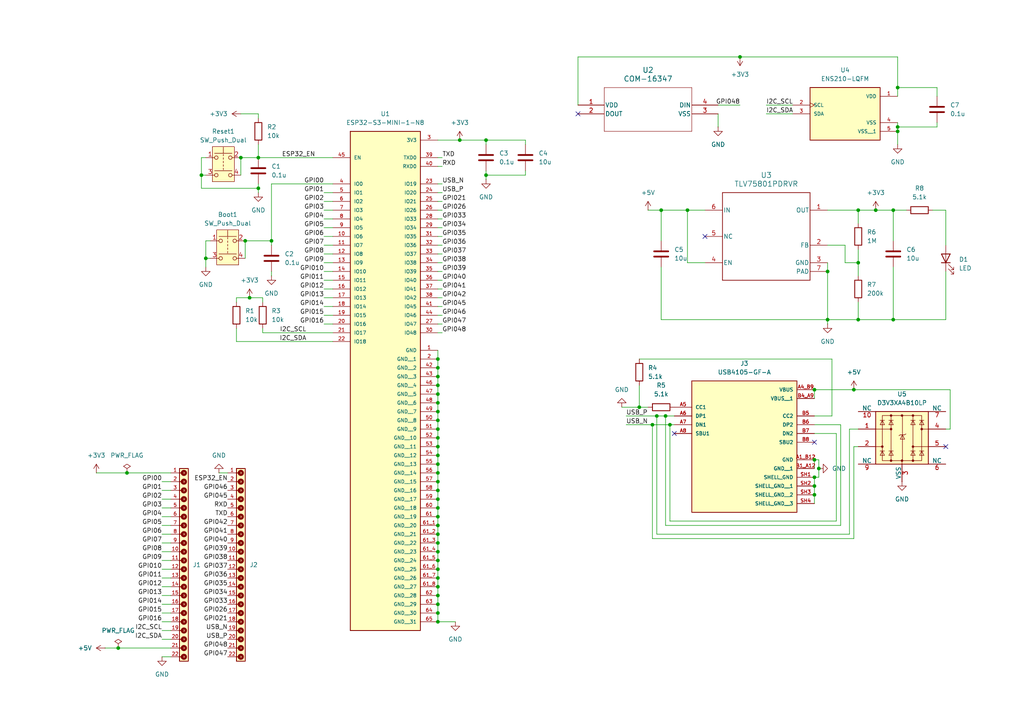
<source format=kicad_sch>
(kicad_sch (version 20250114) (generator "eeschema") (generator_version "9.0")
  (paper "A4")
  (title_block (title "Custom ESP32 S3") (date "2025-12-01") (rev "A") (company "Yen-Vi Le"))
  (lib_symbols
    (symbol "6130XX11121_61302211121:6130XX11121_61302211121" (pin_names (offset 1.016))
      (property "Reference" "J" (at -27.94 -1.778 0))
      (property "Value" "6130XX11121_61302211121" (at -27.94 -5.08 0))
      (symbol "6130XX11121_61302211121_0_0"
        (rectangle (start -26.67 -2.54) (end 29.21 0) (stroke (width 0.254)) (fill (type background)))
        (circle (center -25.4 -1.27) (radius 0.254) (stroke (width 0.635)))
        (polyline (pts (xy -25.4 -1.27) (xy -25.4 -2.54)) (stroke (width 0.254)))
        (circle (center -22.86 -1.27) (radius 0.254) (stroke (width 0.635)))
        (polyline (pts (xy -22.86 -1.27) (xy -22.86 -2.54)) (stroke (width 0.254)))
        (circle (center -20.32 -1.27) (radius 0.254) (stroke (width 0.635)))
        (polyline (pts (xy -20.32 -1.27) (xy -20.32 -2.54)) (stroke (width 0.254)))
        (circle (center -17.78 -1.27) (radius 0.254) (stroke (width 0.635)))
        (polyline (pts (xy -17.78 -1.27) (xy -17.78 -2.54)) (stroke (width 0.254)))
        (circle (center -15.24 -1.27) (radius 0.254) (stroke (width 0.635)))
        (polyline (pts (xy -15.24 -1.27) (xy -15.24 -2.54)) (stroke (width 0.254)))
        (circle (center -12.7 -1.27) (radius 0.254) (stroke (width 0.635)))
        (polyline (pts (xy -12.7 -1.27) (xy -12.7 -2.54)) (stroke (width 0.254)))
        (circle (center -10.16 -1.27) (radius 0.254) (stroke (width 0.635)))
        (polyline (pts (xy -10.16 -1.27) (xy -10.16 -2.54)) (stroke (width 0.254)))
        (circle (center -7.62 -1.27) (radius 0.254) (stroke (width 0.635)))
        (polyline (pts (xy -7.62 -1.27) (xy -7.62 -2.54)) (stroke (width 0.254)))
        (circle (center -5.08 -1.27) (radius 0.254) (stroke (width 0.635)))
        (polyline (pts (xy -5.08 -1.27) (xy -5.08 -2.54)) (stroke (width 0.254)))
        (circle (center -2.54 -1.27) (radius 0.254) (stroke (width 0.635)))
        (polyline (pts (xy -2.54 -1.27) (xy -2.54 -2.54)) (stroke (width 0.254)))
        (polyline (pts (xy 0 -1.27) (xy 0 -2.54)) (stroke (width 0.254)))
        (circle (center 0 -1.27) (radius 0.254) (stroke (width 0.635)))
        (polyline (pts (xy 2.54 -1.27) (xy 2.54 -2.54)) (stroke (width 0.254)))
        (circle (center 2.54 -1.27) (radius 0.254) (stroke (width 0.635)))
        (polyline (pts (xy 5.08 -1.27) (xy 5.08 -2.54)) (stroke (width 0.254)))
        (circle (center 5.08 -1.27) (radius 0.254) (stroke (width 0.635)))
        (polyline (pts (xy 7.62 -1.27) (xy 7.62 -2.54)) (stroke (width 0.254)))
        (circle (center 7.62 -1.27) (radius 0.254) (stroke (width 0.635)))
        (polyline (pts (xy 10.16 -1.27) (xy 10.16 -2.54)) (stroke (width 0.254)))
        (circle (center 10.16 -1.27) (radius 0.254) (stroke (width 0.635)))
        (polyline (pts (xy 12.7 -1.27) (xy 12.7 -2.54)) (stroke (width 0.254)))
        (circle (center 12.7 -1.27) (radius 0.254) (stroke (width 0.635)))
        (polyline (pts (xy 15.24 -1.27) (xy 15.24 -2.54)) (stroke (width 0.254)))
        (circle (center 15.24 -1.27) (radius 0.254) (stroke (width 0.635)))
        (polyline (pts (xy 17.78 -1.27) (xy 17.78 -2.54)) (stroke (width 0.254)))
        (circle (center 17.78 -1.27) (radius 0.254) (stroke (width 0.635)))
        (polyline (pts (xy 20.32 -1.27) (xy 20.32 -2.54)) (stroke (width 0.254)))
        (circle (center 20.32 -1.27) (radius 0.254) (stroke (width 0.635)))
        (polyline (pts (xy 22.86 -1.27) (xy 22.86 -2.54)) (stroke (width 0.254)))
        (circle (center 22.86 -1.27) (radius 0.254) (stroke (width 0.635)))
        (polyline (pts (xy 25.4 -1.27) (xy 25.4 -2.54)) (stroke (width 0.254)))
        (circle (center 25.4 -1.27) (radius 0.254) (stroke (width 0.635)))
        (polyline (pts (xy 27.94 -1.27) (xy 27.94 -2.54)) (stroke (width 0.254)))
        (circle (center 27.94 -1.27) (radius 0.254) (stroke (width 0.635)))
        (pin passive line (at -25.4 -5.08 90) (length 2.54) (name "~") (number "1"))
        (pin passive line (at -22.86 -5.08 90) (length 2.54) (name "~") (number "2"))
        (pin passive line (at -20.32 -5.08 90) (length 2.54) (name "~") (number "3"))
        (pin passive line (at -17.78 -5.08 90) (length 2.54) (name "~") (number "4"))
        (pin passive line (at -15.24 -5.08 90) (length 2.54) (name "~") (number "5"))
        (pin passive line (at -12.7 -5.08 90) (length 2.54) (name "~") (number "6"))
        (pin passive line (at -10.16 -5.08 90) (length 2.54) (name "~") (number "7"))
        (pin passive line (at -7.62 -5.08 90) (length 2.54) (name "~") (number "8"))
        (pin passive line (at -5.08 -5.08 90) (length 2.54) (name "~") (number "9"))
        (pin passive line (at -2.54 -5.08 90) (length 2.54) (name "~") (number "10"))
        (pin passive line (at 0 -5.08 90) (length 2.54) (name "~") (number "11"))
        (pin passive line (at 2.54 -5.08 90) (length 2.54) (name "~") (number "12"))
        (pin passive line (at 5.08 -5.08 90) (length 2.54) (name "~") (number "13"))
        (pin passive line (at 7.62 -5.08 90) (length 2.54) (name "~") (number "14"))
        (pin passive line (at 10.16 -5.08 90) (length 2.54) (name "~") (number "15"))
        (pin passive line (at 12.7 -5.08 90) (length 2.54) (name "~") (number "16"))
        (pin passive line (at 15.24 -5.08 90) (length 2.54) (name "~") (number "17"))
        (pin passive line (at 17.78 -5.08 90) (length 2.54) (name "~") (number "18"))
        (pin passive line (at 20.32 -5.08 90) (length 2.54) (name "~") (number "19"))
        (pin passive line (at 22.86 -5.08 90) (length 2.54) (name "~") (number "20"))
        (pin passive line (at 25.4 -5.08 90) (length 2.54) (name "~") (number "21"))
        (pin passive line (at 27.94 -5.08 90) (length 2.54) (name "~") (number "22"))
      )
    )
    (symbol "COM-16347:COM-16347" (pin_names (offset 0.254))
      (property "Reference" "LED" (at 20.32 10.16 0))
      (property "Value" "COM-16347" (at 20.32 7.62 0))
      (symbol "COM-16347_0_1"
        (polyline (pts (xy 7.62 5.08) (xy 7.62 -7.62)) (stroke (width 0.127)))
        (polyline (pts (xy 7.62 -7.62) (xy 33.02 -7.62)) (stroke (width 0.127)))
        (polyline (pts (xy 33.02 5.08) (xy 7.62 5.08)) (stroke (width 0.127)))
        (polyline (pts (xy 33.02 -7.62) (xy 33.02 5.08)) (stroke (width 0.127)))
        (pin power_in line (at 0 0 0) (length 7.62) (name "VDD") (number "1"))
        (pin output line (at 0 -2.54 0) (length 7.62) (name "DOUT") (number "2"))
        (pin input line (at 40.64 0 180) (length 7.62) (name "DIN") (number "4"))
        (pin power_out line (at 40.64 -2.54 180) (length 7.62) (name "VSS") (number "3"))
      )
    )
    (symbol "Device:C" (pin_numbers (hide yes)) (pin_names (offset 0.254))
      (property "Reference" "C" (at 0.635 2.54 0))
      (property "Value" "C" (at 0.635 -2.54 0))
      (symbol "C_0_1"
        (polyline (pts (xy -2.032 0.762) (xy 2.032 0.762)) (stroke (width 0.508)))
        (polyline (pts (xy -2.032 -0.762) (xy 2.032 -0.762)) (stroke (width 0.508)))
      )
      (symbol "C_1_1"
        (pin passive line (at 0 3.81 270) (length 2.794) (name "~") (number "1"))
        (pin passive line (at 0 -3.81 90) (length 2.794) (name "~") (number "2"))
      )
    )
    (symbol "Device:LED" (pin_numbers (hide yes)) (pin_names (offset 1.016) (hide yes))
      (property "Reference" "D" (at 0 2.54 0))
      (property "Value" "LED" (at 0 -2.54 0))
      (symbol "LED_0_1"
        (polyline (pts (xy -3.048 -0.762) (xy -4.572 -2.286) (xy -3.81 -2.286) (xy -4.572 -2.286) (xy -4.572 -1.524)))
        (polyline (pts (xy -1.778 -0.762) (xy -3.302 -2.286) (xy -2.54 -2.286) (xy -3.302 -2.286) (xy -3.302 -1.524)))
        (polyline (pts (xy -1.27 0) (xy 1.27 0)))
        (polyline (pts (xy -1.27 -1.27) (xy -1.27 1.27)) (stroke (width 0.254)))
        (polyline (pts (xy 1.27 -1.27) (xy 1.27 1.27) (xy -1.27 0) (xy 1.27 -1.27)) (stroke (width 0.254)))
      )
      (symbol "LED_1_1"
        (pin passive line (at -3.81 0 0) (length 2.54) (name "K") (number "1"))
        (pin passive line (at 3.81 0 180) (length 2.54) (name "A") (number "2"))
      )
    )
    (symbol "Device:R" (pin_numbers (hide yes)) (pin_names (offset 0))
      (property "Reference" "R" (at 2.032 0 90))
      (property "Value" "R" (at 0 0 90))
      (symbol "R_0_1"
        (rectangle (start -1.016 -2.54) (end 1.016 2.54) (stroke (width 0.254)))
      )
      (symbol "R_1_1"
        (pin passive line (at 0 3.81 270) (length 1.27) (name "~") (number "1"))
        (pin passive line (at 0 -3.81 90) (length 1.27) (name "~") (number "2"))
      )
    )
    (symbol "ENS210-LQFM:ENS210-LQFM" (pin_names (offset 1.016))
      (property "Reference" "U" (at -10.16 5.842 0))
      (property "Value" "ENS210-LQFM" (at -10.16 -12.7 0))
      (symbol "ENS210-LQFM_0_0"
        (rectangle (start -10.16 -10.16) (end 10.16 5.08) (stroke (width 0.254)) (fill (type background)))
        (pin input clock (at -15.24 0 0) (length 5.08) (name "SCL") (number "2"))
        (pin bidirectional line (at -15.24 -2.54 0) (length 5.08) (name "SDA") (number "3"))
        (pin power_in line (at 15.24 2.54 180) (length 5.08) (name "VDD") (number "1"))
        (pin power_in line (at 15.24 -5.08 180) (length 5.08) (name "VSS") (number "4"))
        (pin power_in line (at 15.24 -7.62 180) (length 5.08) (name "VSS__1") (number "5"))
      )
    )
    (symbol "ESP32-S3-MINI-1-N8:ESP32-S3-MINI-1-N8" (pin_names (offset 1.016))
      (property "Reference" "U" (at -10.16 34.29 0))
      (property "Value" "ESP32-S3-MINI-1-N8" (at -10.16 -114.3 0))
      (symbol "ESP32-S3-MINI-1-N8_0_0"
        (rectangle (start -10.16 -111.76) (end 10.16 33.02) (stroke (width 0.254)) (fill (type background)))
        (pin input line (at -15.24 25.4 0) (length 5.08) (name "EN") (number "45"))
        (pin bidirectional line (at -15.24 17.78 0) (length 5.08) (name "IO0") (number "4"))
        (pin bidirectional line (at -15.24 15.24 0) (length 5.08) (name "IO1") (number "5"))
        (pin bidirectional line (at -15.24 12.7 0) (length 5.08) (name "IO2") (number "6"))
        (pin bidirectional line (at -15.24 10.16 0) (length 5.08) (name "IO3") (number "7"))
        (pin bidirectional line (at -15.24 7.62 0) (length 5.08) (name "IO4") (number "8"))
        (pin bidirectional line (at -15.24 5.08 0) (length 5.08) (name "IO5") (number "9"))
        (pin bidirectional line (at -15.24 2.54 0) (length 5.08) (name "IO6") (number "10"))
        (pin bidirectional line (at -15.24 0 0) (length 5.08) (name "IO7") (number "11"))
        (pin bidirectional line (at -15.24 -2.54 0) (length 5.08) (name "IO8") (number "12"))
        (pin bidirectional line (at -15.24 -5.08 0) (length 5.08) (name "IO9") (number "13"))
        (pin bidirectional line (at -15.24 -7.62 0) (length 5.08) (name "IO10") (number "14"))
        (pin bidirectional line (at -15.24 -10.16 0) (length 5.08) (name "IO11") (number "15"))
        (pin bidirectional line (at -15.24 -12.7 0) (length 5.08) (name "IO12") (number "16"))
        (pin bidirectional line (at -15.24 -15.24 0) (length 5.08) (name "IO13") (number "17"))
        (pin bidirectional line (at -15.24 -17.78 0) (length 5.08) (name "IO14") (number "18"))
        (pin bidirectional line (at -15.24 -20.32 0) (length 5.08) (name "IO15") (number "19"))
        (pin bidirectional line (at -15.24 -22.86 0) (length 5.08) (name "IO16") (number "20"))
        (pin bidirectional line (at -15.24 -25.4 0) (length 5.08) (name "IO17") (number "21"))
        (pin bidirectional line (at -15.24 -27.94 0) (length 5.08) (name "IO18") (number "22"))
        (pin power_in line (at 15.24 30.48 180) (length 5.08) (name "3V3") (number "3"))
        (pin bidirectional line (at 15.24 25.4 180) (length 5.08) (name "TXD0") (number "39"))
        (pin bidirectional line (at 15.24 22.86 180) (length 5.08) (name "RXD0") (number "40"))
        (pin bidirectional line (at 15.24 17.78 180) (length 5.08) (name "IO19") (number "23"))
        (pin bidirectional line (at 15.24 15.24 180) (length 5.08) (name "IO20") (number "24"))
        (pin bidirectional line (at 15.24 12.7 180) (length 5.08) (name "IO21") (number "25"))
        (pin bidirectional line (at 15.24 10.16 180) (length 5.08) (name "IO26") (number "26"))
        (pin bidirectional line (at 15.24 7.62 180) (length 5.08) (name "IO33") (number "28"))
        (pin bidirectional line (at 15.24 5.08 180) (length 5.08) (name "IO34") (number "29"))
        (pin bidirectional line (at 15.24 2.54 180) (length 5.08) (name "IO35") (number "31"))
        (pin bidirectional line (at 15.24 0 180) (length 5.08) (name "IO36") (number "32"))
        (pin bidirectional line (at 15.24 -2.54 180) (length 5.08) (name "IO37") (number "33"))
        (pin bidirectional line (at 15.24 -5.08 180) (length 5.08) (name "IO38") (number "34"))
        (pin bidirectional line (at 15.24 -7.62 180) (length 5.08) (name "IO39") (number "35"))
        (pin bidirectional line (at 15.24 -10.16 180) (length 5.08) (name "IO40") (number "36"))
        (pin bidirectional line (at 15.24 -12.7 180) (length 5.08) (name "IO41") (number "37"))
        (pin bidirectional line (at 15.24 -15.24 180) (length 5.08) (name "IO42") (number "38"))
        (pin bidirectional line (at 15.24 -17.78 180) (length 5.08) (name "IO45") (number "41"))
        (pin bidirectional line (at 15.24 -20.32 180) (length 5.08) (name "IO46") (number "44"))
        (pin bidirectional line (at 15.24 -22.86 180) (length 5.08) (name "IO47") (number "27"))
        (pin bidirectional line (at 15.24 -25.4 180) (length 5.08) (name "IO48") (number "30"))
        (pin power_in line (at 15.24 -30.48 180) (length 5.08) (name "GND") (number "1"))
        (pin power_in line (at 15.24 -33.02 180) (length 5.08) (name "GND__1") (number "2"))
        (pin power_in line (at 15.24 -35.56 180) (length 5.08) (name "GND__2") (number "42"))
        (pin power_in line (at 15.24 -38.1 180) (length 5.08) (name "GND__3") (number "43"))
        (pin power_in line (at 15.24 -40.64 180) (length 5.08) (name "GND__4") (number "46"))
        (pin power_in line (at 15.24 -43.18 180) (length 5.08) (name "GND__5") (number "47"))
        (pin power_in line (at 15.24 -45.72 180) (length 5.08) (name "GND__6") (number "48"))
        (pin power_in line (at 15.24 -48.26 180) (length 5.08) (name "GND__7") (number "49"))
        (pin power_in line (at 15.24 -50.8 180) (length 5.08) (name "GND__8") (number "50"))
        (pin power_in line (at 15.24 -53.34 180) (length 5.08) (name "GND__9") (number "51"))
        (pin power_in line (at 15.24 -55.88 180) (length 5.08) (name "GND__10") (number "52"))
        (pin power_in line (at 15.24 -58.42 180) (length 5.08) (name "GND__11") (number "53"))
        (pin power_in line (at 15.24 -60.96 180) (length 5.08) (name "GND__12") (number "54"))
        (pin power_in line (at 15.24 -63.5 180) (length 5.08) (name "GND__13") (number "55"))
        (pin power_in line (at 15.24 -66.04 180) (length 5.08) (name "GND__14") (number "56"))
        (pin power_in line (at 15.24 -68.58 180) (length 5.08) (name "GND__15") (number "57"))
        (pin power_in line (at 15.24 -71.12 180) (length 5.08) (name "GND__16") (number "58"))
        (pin power_in line (at 15.24 -73.66 180) (length 5.08) (name "GND__17") (number "59"))
        (pin power_in line (at 15.24 -76.2 180) (length 5.08) (name "GND__18") (number "60"))
        (pin power_in line (at 15.24 -78.74 180) (length 5.08) (name "GND__19") (number "61"))
        (pin power_in line (at 15.24 -81.28 180) (length 5.08) (name "GND__20") (number "61_1"))
        (pin power_in line (at 15.24 -83.82 180) (length 5.08) (name "GND__21") (number "61_2"))
        (pin power_in line (at 15.24 -86.36 180) (length 5.08) (name "GND__22") (number "61_3"))
        (pin power_in line (at 15.24 -88.9 180) (length 5.08) (name "GND__23") (number "61_4"))
        (pin power_in line (at 15.24 -91.44 180) (length 5.08) (name "GND__24") (number "61_5"))
        (pin power_in line (at 15.24 -93.98 180) (length 5.08) (name "GND__25") (number "61_6"))
        (pin power_in line (at 15.24 -96.52 180) (length 5.08) (name "GND__26") (number "61_7"))
        (pin power_in line (at 15.24 -99.06 180) (length 5.08) (name "GND__27") (number "61_8"))
        (pin power_in line (at 15.24 -101.6 180) (length 5.08) (name "GND__28") (number "62"))
        (pin power_in line (at 15.24 -104.14 180) (length 5.08) (name "GND__29") (number "63"))
        (pin power_in line (at 15.24 -106.68 180) (length 5.08) (name "GND__30") (number "64"))
        (pin power_in line (at 15.24 -109.22 180) (length 5.08) (name "GND__31") (number "65"))
      )
    )
    (symbol "Power_Protection:D3V3XA4B10LP" (pin_names (offset 0))
      (property "Reference" "U" (at -0.635 8.89 0))
      (property "Value" "D3V3XA4B10LP" (at 8.89 -10.16 0))
      (symbol "D3V3XA4B10LP_0_0"
        (rectangle (start -5.715 6.477) (end 5.715 -6.604))
        (polyline (pts (xy -3.175 -6.604) (xy -3.175 6.477)))
        (polyline (pts (xy 0.127 6.477) (xy 0.127 -6.604)))
        (polyline (pts (xy 3.175 6.477) (xy 3.175 -6.604)))
      )
      (symbol "D3V3XA4B10LP_0_1"
        (polyline (pts (xy -7.747 2.54) (xy -3.175 2.54)))
        (rectangle (start -7.62 7.62) (end 7.62 -7.62) (stroke (width 0.254)) (fill (type background)))
        (polyline (pts (xy -7.62 -2.54) (xy -5.715 -2.54)))
        (circle (center -5.715 -2.54) (radius 0.2794) (fill (type outline)))
        (polyline (pts (xy -5.08 5.08) (xy -6.35 5.08)))
        (polyline (pts (xy -5.08 3.81) (xy -6.35 3.81) (xy -5.715 5.08) (xy -5.08 3.81)))
        (polyline (pts (xy -5.08 -3.81) (xy -6.35 -3.81)))
        (polyline (pts (xy -5.08 -5.08) (xy -6.35 -5.08) (xy -5.715 -3.81) (xy -5.08 -5.08)))
        (circle (center -3.175 6.477) (radius 0.2794) (fill (type outline)))
        (circle (center -3.175 2.54) (radius 0.2794) (fill (type outline)))
        (circle (center -3.175 -6.604) (radius 0.2794) (fill (type outline)))
        (polyline (pts (xy -2.54 5.08) (xy -3.81 5.08)))
        (polyline (pts (xy -2.54 3.81) (xy -3.81 3.81) (xy -3.175 5.08) (xy -2.54 3.81)))
        (polyline (pts (xy -2.54 -3.81) (xy -3.81 -3.81)))
        (polyline (pts (xy -2.54 -5.08) (xy -3.81 -5.08) (xy -3.175 -3.81) (xy -2.54 -5.08)))
        (polyline (pts (xy -0.508 0.889) (xy -0.889 0.635)))
        (circle (center 0 6.477) (radius 0.2794) (fill (type outline)))
        (polyline (pts (xy 0 -6.604) (xy 0 -7.62)))
        (circle (center 0 -6.604) (radius 0.2794) (fill (type outline)))
        (polyline (pts (xy 0.762 0.889) (xy -0.508 0.889)))
        (polyline (pts (xy 0.762 0.889) (xy 1.143 1.143)))
        (polyline (pts (xy 0.762 -0.381) (xy -0.508 -0.381) (xy 0.127 0.889) (xy 0.762 -0.381)))
        (circle (center 3.175 6.477) (radius 0.2794) (fill (type outline)))
        (circle (center 3.175 -2.54) (radius 0.2794) (fill (type outline)))
        (circle (center 3.175 -6.604) (radius 0.2794) (fill (type outline)))
        (polyline (pts (xy 3.81 5.08) (xy 2.54 5.08)))
        (polyline (pts (xy 3.81 3.81) (xy 2.54 3.81) (xy 3.175 5.08) (xy 3.81 3.81)))
        (polyline (pts (xy 3.81 -3.81) (xy 2.54 -3.81)))
        (polyline (pts (xy 3.81 -5.08) (xy 2.54 -5.08) (xy 3.175 -3.81) (xy 3.81 -5.08)))
        (circle (center 5.715 2.54) (radius 0.2794) (fill (type outline)))
        (polyline (pts (xy 6.35 5.08) (xy 5.08 5.08)))
        (polyline (pts (xy 6.35 3.81) (xy 5.08 3.81) (xy 5.715 5.08) (xy 6.35 3.81)))
        (polyline (pts (xy 6.35 -3.81) (xy 5.08 -3.81)))
        (polyline (pts (xy 6.35 -5.08) (xy 5.08 -5.08) (xy 5.715 -3.81) (xy 6.35 -5.08)))
        (polyline (pts (xy 7.62 2.54) (xy 5.715 2.54)))
        (polyline (pts (xy 7.62 -2.54) (xy 3.175 -2.54)))
      )
      (symbol "D3V3XA4B10LP_1_1"
        (pin free line (at -12.7 7.62 0) (length 5.08) (name "NC") (number "10"))
        (pin passive line (at -12.7 2.54 0) (length 5.08) (name "~") (number "1"))
        (pin passive line (at -12.7 -2.54 0) (length 5.08) (name "~") (number "2"))
        (pin free line (at -12.7 -7.62 0) (length 5.08) (name "NC") (number "9"))
        (pin power_in line (at 0 -12.7 90) (length 5.08) (name "VSS") (number "3"))
        (pin passive line (at 0 -12.7 90) (length 5.08) (hide yes) (name "VSS") (number "8"))
        (pin free line (at 12.7 7.62 180) (length 5.08) (name "NC") (number "7"))
        (pin passive line (at 12.7 2.54 180) (length 5.08) (name "~") (number "4"))
        (pin passive line (at 12.7 -2.54 180) (length 5.08) (name "~") (number "5"))
        (pin free line (at 12.7 -7.62 180) (length 5.08) (name "NC") (number "6"))
      )
    )
    (symbol "Switch:SW_Push_Dual" (pin_names (offset 1.016) (hide yes))
      (property "Reference" "SW" (at 0 7.62 0))
      (property "Value" "SW_Push_Dual" (at 0 -6.35 0))
      (symbol "SW_Push_Dual_0_1"
        (circle (center -2.032 2.54) (radius 0.508))
        (circle (center -2.032 -2.54) (radius 0.508))
        (polyline (pts (xy 0 3.81) (xy 0 5.588)))
        (polyline (pts (xy 0 3.048) (xy 0 3.556)))
        (polyline (pts (xy 0 2.032) (xy 0 2.54)))
        (polyline (pts (xy 0 1.016) (xy 0 1.524)))
        (polyline (pts (xy 0 0.508) (xy 0 0)))
        (polyline (pts (xy 0 -0.508) (xy 0 -1.016)))
        (circle (center 2.032 2.54) (radius 0.508))
        (circle (center 2.032 -2.54) (radius 0.508))
        (polyline (pts (xy 2.54 3.81) (xy -2.54 3.81)))
        (polyline (pts (xy 2.54 -1.27) (xy -2.54 -1.27)))
        (pin passive line (at -5.08 2.54 0) (length 2.54) (name "1") (number "1"))
        (pin passive line (at -5.08 -2.54 0) (length 2.54) (name "3") (number "3"))
        (pin passive line (at 5.08 2.54 180) (length 2.54) (name "2") (number "2"))
        (pin passive line (at 5.08 -2.54 180) (length 2.54) (name "4") (number "4"))
      )
      (symbol "SW_Push_Dual_1_1"
        (rectangle (start -3.175 5.715) (end 3.175 -4.445) (fill (type background)))
      )
    )
    (symbol "TLV75801PDRVR:TLV75801PDRVR" (pin_names (offset 0.254))
      (property "Reference" "U" (at 0 2.54 0))
      (property "Value" "TLV75801PDRVR" (at 0 0 0))
      (symbol "TLV75801PDRVR_0_1"
        (polyline (pts (xy -12.7 12.7) (xy -12.7 -12.7)) (stroke (width 0.2032)))
        (polyline (pts (xy -12.7 -12.7) (xy 12.7 -12.7)) (stroke (width 0.2032)))
        (polyline (pts (xy 12.7 12.7) (xy -12.7 12.7)) (stroke (width 0.2032)))
        (polyline (pts (xy 12.7 -12.7) (xy 12.7 12.7)) (stroke (width 0.2032)))
        (pin power_in line (at -17.78 7.62 0) (length 5.08) (name "IN") (number "6"))
        (pin unspecified line (at -17.78 0 0) (length 5.08) (name "NC") (number "5"))
        (pin input line (at -17.78 -7.62 0) (length 5.08) (name "EN") (number "4"))
        (pin power_in line (at 17.78 7.62 180) (length 5.08) (name "OUT") (number "1"))
        (pin input line (at 17.78 -2.54 180) (length 5.08) (name "FB") (number "2"))
        (pin power_in line (at 17.78 -7.62 180) (length 5.08) (name "GND") (number "3"))
        (pin power_in line (at 17.78 -10.16 180) (length 5.08) (name "PAD") (number "7"))
      )
    )
    (symbol "USB4105-GF-A:USB4105-GF-A" (pin_names (offset 1.016))
      (property "Reference" "J" (at -15.24 13.97 0))
      (property "Value" "USB4105-GF-A" (at -15.24 -27.94 0))
      (symbol "USB4105-GF-A_0_0"
        (rectangle (start -15.24 -25.4) (end 15.24 12.7) (stroke (width 0.254)) (fill (type background)))
        (pin bidirectional line (at -20.32 5.08 0) (length 5.08) (name "CC1") (number "A5"))
        (pin bidirectional line (at -20.32 2.54 0) (length 5.08) (name "DP1") (number "A6"))
        (pin bidirectional line (at -20.32 0 0) (length 5.08) (name "DN1") (number "A7"))
        (pin bidirectional line (at -20.32 -2.54 0) (length 5.08) (name "SBU1") (number "A8"))
        (pin power_in line (at 20.32 10.16 180) (length 5.08) (name "VBUS") (number "A4_B9"))
        (pin power_in line (at 20.32 7.62 180) (length 5.08) (name "VBUS__1") (number "B4_A9"))
        (pin bidirectional line (at 20.32 2.54 180) (length 5.08) (name "CC2") (number "B5"))
        (pin bidirectional line (at 20.32 0 180) (length 5.08) (name "DP2") (number "B6"))
        (pin bidirectional line (at 20.32 -2.54 180) (length 5.08) (name "DN2") (number "B7"))
        (pin bidirectional line (at 20.32 -5.08 180) (length 5.08) (name "SBU2") (number "B8"))
        (pin power_in line (at 20.32 -10.16 180) (length 5.08) (name "GND") (number "A1_B12"))
        (pin power_in line (at 20.32 -12.7 180) (length 5.08) (name "GND__1") (number "B1_A12"))
        (pin power_in line (at 20.32 -15.24 180) (length 5.08) (name "SHELL_GND") (number "SH1"))
        (pin power_in line (at 20.32 -17.78 180) (length 5.08) (name "SHELL_GND__1") (number "SH2"))
        (pin power_in line (at 20.32 -20.32 180) (length 5.08) (name "SHELL_GND__2") (number "SH3"))
        (pin power_in line (at 20.32 -22.86 180) (length 5.08) (name "SHELL_GND__3") (number "SH4"))
      )
    )
    (symbol "power:+3V3" (power) (pin_numbers (hide yes)) (pin_names (offset 0) (hide yes))
      (property "Value" "+3V3" (at 0 3.556 0))
      (symbol "+3V3_0_1"
        (polyline (pts (xy -0.762 1.27) (xy 0 2.54)))
        (polyline (pts (xy 0 2.54) (xy 0.762 1.27)))
        (polyline (pts (xy 0 0) (xy 0 2.54)))
      )
      (symbol "+3V3_1_1"
        (pin power_in line (at 0 0 90) (length 0) (name "~") (number "1"))
      )
    )
    (symbol "power:+5V" (power) (pin_numbers (hide yes)) (pin_names (offset 0) (hide yes))
      (property "Value" "+5V" (at 0 3.556 0))
      (symbol "+5V_0_1"
        (polyline (pts (xy -0.762 1.27) (xy 0 2.54)))
        (polyline (pts (xy 0 2.54) (xy 0.762 1.27)))
        (polyline (pts (xy 0 0) (xy 0 2.54)))
      )
      (symbol "+5V_1_1"
        (pin power_in line (at 0 0 90) (length 0) (name "~") (number "1"))
      )
    )
    (symbol "power:GND" (power) (pin_numbers (hide yes)) (pin_names (offset 0) (hide yes))
      (property "Value" "GND" (at 0 -3.81 0))
      (symbol "GND_0_1"
        (polyline (pts (xy 0 0) (xy 0 -1.27) (xy 1.27 -1.27) (xy 0 -2.54) (xy -1.27 -1.27) (xy 0 -1.27)))
      )
      (symbol "GND_1_1"
        (pin power_in line (at 0 0 270) (length 0) (name "~") (number "1"))
      )
    )
    (symbol "power:PWR_FLAG" (power) (pin_numbers (hide yes)) (pin_names (offset 0) (hide yes))
      (property "Value" "PWR_FLAG" (at 0 3.81 0))
      (symbol "PWR_FLAG_0_0"
        (pin power_out line (at 0 0 90) (length 0) (name "~") (number "1"))
      )
      (symbol "PWR_FLAG_0_1"
        (polyline (pts (xy 0 0) (xy 0 1.27) (xy -1.016 1.905) (xy 0 2.54) (xy 1.016 1.905) (xy 0 1.27)))
      )
    )
  )
  (junction (at 78.74 69.85))
  (junction (at 127 124.46))
  (junction (at 259.08 60.96))
  (junction (at 236.22 138.43))
  (junction (at 127 104.14))
  (junction (at 127 106.68))
  (junction (at 127 139.7))
  (junction (at 260.35 25.4))
  (junction (at 127 149.86))
  (junction (at 127 116.84))
  (junction (at 127 162.56))
  (junction (at 127 114.3))
  (junction (at 133.35 40.64))
  (junction (at 194.31 123.19))
  (junction (at 236.22 113.03))
  (junction (at 127 132.08))
  (junction (at 59.69 74.93))
  (junction (at 127 119.38))
  (junction (at 127 165.1))
  (junction (at 191.77 60.96))
  (junction (at 127 127))
  (junction (at 127 121.92))
  (junction (at 127 134.62))
  (junction (at 260.35 36.83))
  (junction (at 127 111.76))
  (junction (at 254 60.96))
  (junction (at 127 147.32))
  (junction (at 260.35 38.1))
  (junction (at 72.39 86.36))
  (junction (at 127 142.24))
  (junction (at 127 129.54))
  (junction (at 127 144.78))
  (junction (at 58.42 50.8))
  (junction (at 236.22 143.51))
  (junction (at 127 152.4))
  (junction (at 36.83 137.16))
  (junction (at 127 109.22))
  (junction (at 214.63 16.51))
  (junction (at 127 180.34))
  (junction (at 127 172.72))
  (junction (at 127 137.16))
  (junction (at 237.49 135.89))
  (junction (at 248.92 76.2))
  (junction (at 127 170.18))
  (junction (at 71.12 69.85))
  (junction (at 236.22 140.97))
  (junction (at 240.03 92.71))
  (junction (at 127 175.26))
  (junction (at 140.97 40.64))
  (junction (at 127 160.02))
  (junction (at 74.93 54.61))
  (junction (at 74.93 45.72))
  (junction (at 127 157.48))
  (junction (at 34.29 187.96))
  (junction (at 259.08 92.71))
  (junction (at 236.22 133.35))
  (junction (at 189.23 123.19))
  (junction (at 140.97 50.8))
  (junction (at 190.5 120.65))
  (junction (at 127 177.8))
  (junction (at 248.92 60.96))
  (junction (at 248.92 92.71))
  (junction (at 240.03 78.74))
  (junction (at 199.39 60.96))
  (junction (at 127 167.64))
  (junction (at 185.42 118.11))
  (junction (at 193.04 120.65))
  (junction (at 247.65 113.03))
  (junction (at 69.85 45.72))
  (junction (at 127 154.94))
  (no_connect (at 274.32 129.54))
  (no_connect (at 167.64 33.02))
  (no_connect (at 204.47 68.58))
  (no_connect (at 236.22 128.27))
  (no_connect (at 195.58 125.73))
  (wire (pts (xy 93.98 93.98) (xy 96.52 93.98)))
  (wire (pts (xy 271.78 36.83) (xy 260.35 36.83)))
  (wire (pts (xy 127 101.6) (xy 127 104.14)))
  (wire (pts (xy 237.49 133.35) (xy 236.22 133.35)))
  (wire (pts (xy 93.98 91.44) (xy 96.52 91.44)))
  (wire (pts (xy 236.22 113.03) (xy 247.65 113.03)))
  (wire (pts (xy 46.99 142.24) (xy 49.53 142.24)))
  (wire (pts (xy 60.96 69.85) (xy 59.69 69.85)))
  (wire (pts (xy 30.48 187.96) (xy 34.29 187.96)))
  (wire (pts (xy 68.58 87.63) (xy 68.58 86.36)))
  (wire (pts (xy 127 121.92) (xy 127 124.46)))
  (wire (pts (xy 167.64 30.48) (xy 167.64 16.51)))
  (wire (pts (xy 93.98 83.82) (xy 96.52 83.82)))
  (wire (pts (xy 181.61 120.65) (xy 190.5 120.65)))
  (wire (pts (xy 180.34 118.11) (xy 185.42 118.11)))
  (wire (pts (xy 204.47 76.2) (xy 199.39 76.2)))
  (wire (pts (xy 128.27 76.2) (xy 127 76.2)))
  (wire (pts (xy 260.35 25.4) (xy 260.35 27.94)))
  (wire (pts (xy 93.98 66.04) (xy 96.52 66.04)))
  (wire (pts (xy 271.78 25.4) (xy 260.35 25.4)))
  (wire (pts (xy 128.27 68.58) (xy 127 68.58)))
  (wire (pts (xy 167.64 16.51) (xy 214.63 16.51)))
  (wire (pts (xy 208.28 33.02) (xy 208.28 36.83)))
  (wire (pts (xy 193.04 152.4) (xy 193.04 120.65)))
  (wire (pts (xy 46.99 147.32) (xy 49.53 147.32)))
  (wire (pts (xy 236.22 133.35) (xy 236.22 135.89)))
  (wire (pts (xy 133.35 40.64) (xy 140.97 40.64)))
  (wire (pts (xy 127 129.54) (xy 127 132.08)))
  (wire (pts (xy 93.98 58.42) (xy 96.52 58.42)))
  (wire (pts (xy 241.3 104.14) (xy 185.42 104.14)))
  (wire (pts (xy 128.27 55.88) (xy 127 55.88)))
  (wire (pts (xy 34.29 187.96) (xy 49.53 187.96)))
  (wire (pts (xy 127 139.7) (xy 127 142.24)))
  (wire (pts (xy 46.99 160.02) (xy 49.53 160.02)))
  (wire (pts (xy 78.74 53.34) (xy 78.74 69.85)))
  (wire (pts (xy 248.92 129.54) (xy 247.65 129.54)))
  (wire (pts (xy 127 137.16) (xy 127 139.7)))
  (wire (pts (xy 127 127) (xy 127 129.54)))
  (wire (pts (xy 270.51 60.96) (xy 274.32 60.96)))
  (wire (pts (xy 152.4 49.53) (xy 152.4 50.8)))
  (wire (pts (xy 127 152.4) (xy 127 154.94)))
  (wire (pts (xy 58.42 54.61) (xy 74.93 54.61)))
  (wire (pts (xy 128.27 53.34) (xy 127 53.34)))
  (wire (pts (xy 72.39 86.36) (xy 76.2 86.36)))
  (wire (pts (xy 259.08 60.96) (xy 259.08 69.85)))
  (wire (pts (xy 127 157.48) (xy 127 160.02)))
  (wire (pts (xy 240.03 76.2) (xy 240.03 78.74)))
  (wire (pts (xy 190.5 154.94) (xy 190.5 120.65)))
  (wire (pts (xy 128.27 86.36) (xy 127 86.36)))
  (wire (pts (xy 274.32 60.96) (xy 274.32 71.12)))
  (wire (pts (xy 254 60.96) (xy 259.08 60.96)))
  (wire (pts (xy 185.42 111.76) (xy 185.42 118.11)))
  (wire (pts (xy 247.65 129.54) (xy 247.65 156.21)))
  (wire (pts (xy 246.38 124.46) (xy 246.38 154.94)))
  (wire (pts (xy 181.61 123.19) (xy 189.23 123.19)))
  (wire (pts (xy 152.4 40.64) (xy 152.4 41.91)))
  (wire (pts (xy 74.93 33.02) (xy 74.93 34.29)))
  (wire (pts (xy 245.11 71.12) (xy 245.11 76.2)))
  (wire (pts (xy 46.99 149.86) (xy 49.53 149.86)))
  (wire (pts (xy 243.84 123.19) (xy 243.84 152.4)))
  (wire (pts (xy 46.99 139.7) (xy 49.53 139.7)))
  (wire (pts (xy 127 134.62) (xy 127 137.16)))
  (wire (pts (xy 248.92 60.96) (xy 254 60.96)))
  (wire (pts (xy 140.97 49.53) (xy 140.97 50.8)))
  (wire (pts (xy 259.08 60.96) (xy 262.89 60.96)))
  (wire (pts (xy 241.3 120.65) (xy 241.3 104.14)))
  (wire (pts (xy 189.23 123.19) (xy 189.23 156.21)))
  (wire (pts (xy 68.58 99.06) (xy 68.58 95.25)))
  (wire (pts (xy 93.98 76.2) (xy 96.52 76.2)))
  (wire (pts (xy 128.27 81.28) (xy 127 81.28)))
  (wire (pts (xy 46.99 165.1) (xy 49.53 165.1)))
  (wire (pts (xy 96.52 99.06) (xy 68.58 99.06)))
  (wire (pts (xy 259.08 77.47) (xy 259.08 92.71)))
  (wire (pts (xy 128.27 88.9) (xy 127 88.9)))
  (wire (pts (xy 189.23 123.19) (xy 194.31 123.19)))
  (wire (pts (xy 127 170.18) (xy 127 172.72)))
  (wire (pts (xy 127 149.86) (xy 127 152.4)))
  (wire (pts (xy 260.35 38.1) (xy 260.35 41.91)))
  (wire (pts (xy 127 116.84) (xy 127 119.38)))
  (wire (pts (xy 58.42 45.72) (xy 59.69 45.72)))
  (wire (pts (xy 242.57 151.13) (xy 194.31 151.13)))
  (wire (pts (xy 59.69 74.93) (xy 60.96 74.93)))
  (wire (pts (xy 78.74 69.85) (xy 71.12 69.85)))
  (wire (pts (xy 185.42 118.11) (xy 187.96 118.11)))
  (wire (pts (xy 128.27 63.5) (xy 127 63.5)))
  (wire (pts (xy 46.99 157.48) (xy 49.53 157.48)))
  (wire (pts (xy 248.92 124.46) (xy 246.38 124.46)))
  (wire (pts (xy 59.69 69.85) (xy 59.69 74.93)))
  (wire (pts (xy 199.39 76.2) (xy 199.39 60.96)))
  (wire (pts (xy 246.38 154.94) (xy 190.5 154.94)))
  (wire (pts (xy 78.74 78.74) (xy 78.74 80.01)))
  (wire (pts (xy 128.27 58.42) (xy 127 58.42)))
  (wire (pts (xy 93.98 81.28) (xy 96.52 81.28)))
  (wire (pts (xy 127 142.24) (xy 127 144.78)))
  (wire (pts (xy 248.92 60.96) (xy 248.92 64.77)))
  (wire (pts (xy 260.35 35.56) (xy 260.35 36.83)))
  (wire (pts (xy 46.99 177.8) (xy 49.53 177.8)))
  (wire (pts (xy 237.49 135.89) (xy 237.49 133.35)))
  (wire (pts (xy 127 175.26) (xy 127 177.8)))
  (wire (pts (xy 236.22 113.03) (xy 236.22 115.57)))
  (wire (pts (xy 127 114.3) (xy 127 116.84)))
  (wire (pts (xy 46.99 172.72) (xy 49.53 172.72)))
  (wire (pts (xy 128.27 48.26) (xy 127 48.26)))
  (wire (pts (xy 74.93 53.34) (xy 74.93 54.61)))
  (wire (pts (xy 191.77 60.96) (xy 199.39 60.96)))
  (wire (pts (xy 46.99 185.42) (xy 49.53 185.42)))
  (wire (pts (xy 46.99 152.4) (xy 49.53 152.4)))
  (wire (pts (xy 74.93 54.61) (xy 74.93 55.88)))
  (wire (pts (xy 74.93 41.91) (xy 74.93 45.72)))
  (wire (pts (xy 127 111.76) (xy 127 114.3)))
  (wire (pts (xy 128.27 71.12) (xy 127 71.12)))
  (wire (pts (xy 191.77 92.71) (xy 240.03 92.71)))
  (wire (pts (xy 275.59 113.03) (xy 275.59 124.46)))
  (wire (pts (xy 58.42 50.8) (xy 59.69 50.8)))
  (wire (pts (xy 208.28 30.48) (xy 214.63 30.48)))
  (wire (pts (xy 127 124.46) (xy 127 127)))
  (wire (pts (xy 140.97 40.64) (xy 140.97 41.91)))
  (wire (pts (xy 127 167.64) (xy 127 170.18)))
  (wire (pts (xy 248.92 87.63) (xy 248.92 92.71)))
  (wire (pts (xy 127 106.68) (xy 127 109.22)))
  (wire (pts (xy 140.97 40.64) (xy 152.4 40.64)))
  (wire (pts (xy 27.94 137.16) (xy 36.83 137.16)))
  (wire (pts (xy 127 144.78) (xy 127 147.32)))
  (wire (pts (xy 127 160.02) (xy 127 162.56)))
  (wire (pts (xy 69.85 45.72) (xy 74.93 45.72)))
  (wire (pts (xy 46.99 175.26) (xy 49.53 175.26)))
  (wire (pts (xy 152.4 50.8) (xy 140.97 50.8)))
  (wire (pts (xy 271.78 35.56) (xy 271.78 36.83)))
  (wire (pts (xy 236.22 138.43) (xy 236.22 140.97)))
  (wire (pts (xy 78.74 69.85) (xy 78.74 71.12)))
  (wire (pts (xy 69.85 45.72) (xy 69.85 50.8)))
  (wire (pts (xy 58.42 45.72) (xy 58.42 50.8)))
  (wire (pts (xy 46.99 190.5) (xy 49.53 190.5)))
  (wire (pts (xy 243.84 152.4) (xy 193.04 152.4)))
  (wire (pts (xy 236.22 140.97) (xy 236.22 143.51)))
  (wire (pts (xy 248.92 92.71) (xy 259.08 92.71)))
  (wire (pts (xy 274.32 78.74) (xy 274.32 92.71)))
  (wire (pts (xy 260.35 16.51) (xy 260.35 25.4)))
  (wire (pts (xy 190.5 120.65) (xy 193.04 120.65)))
  (wire (pts (xy 236.22 120.65) (xy 241.3 120.65)))
  (wire (pts (xy 199.39 60.96) (xy 204.47 60.96)))
  (wire (pts (xy 74.93 45.72) (xy 96.52 45.72)))
  (wire (pts (xy 127 104.14) (xy 127 106.68)))
  (wire (pts (xy 191.77 92.71) (xy 191.77 77.47)))
  (wire (pts (xy 127 154.94) (xy 127 157.48)))
  (wire (pts (xy 236.22 123.19) (xy 243.84 123.19)))
  (wire (pts (xy 93.98 71.12) (xy 96.52 71.12)))
  (wire (pts (xy 93.98 88.9) (xy 96.52 88.9)))
  (wire (pts (xy 194.31 123.19) (xy 195.58 123.19)))
  (wire (pts (xy 128.27 60.96) (xy 127 60.96)))
  (wire (pts (xy 259.08 92.71) (xy 274.32 92.71)))
  (wire (pts (xy 127 119.38) (xy 127 121.92)))
  (wire (pts (xy 93.98 78.74) (xy 96.52 78.74)))
  (wire (pts (xy 187.96 60.96) (xy 191.77 60.96)))
  (wire (pts (xy 260.35 36.83) (xy 260.35 38.1)))
  (wire (pts (xy 127 147.32) (xy 127 149.86)))
  (wire (pts (xy 240.03 78.74) (xy 240.03 92.71)))
  (wire (pts (xy 240.03 60.96) (xy 248.92 60.96)))
  (wire (pts (xy 236.22 125.73) (xy 242.57 125.73)))
  (wire (pts (xy 78.74 53.34) (xy 96.52 53.34)))
  (wire (pts (xy 93.98 73.66) (xy 96.52 73.66)))
  (wire (pts (xy 140.97 50.8) (xy 140.97 52.07)))
  (wire (pts (xy 127 109.22) (xy 127 111.76)))
  (wire (pts (xy 46.99 180.34) (xy 49.53 180.34)))
  (wire (pts (xy 46.99 167.64) (xy 49.53 167.64)))
  (wire (pts (xy 127 180.34) (xy 132.08 180.34)))
  (wire (pts (xy 93.98 86.36) (xy 96.52 86.36)))
  (wire (pts (xy 240.03 71.12) (xy 245.11 71.12)))
  (wire (pts (xy 46.99 154.94) (xy 49.53 154.94)))
  (wire (pts (xy 127 177.8) (xy 127 180.34)))
  (wire (pts (xy 127 132.08) (xy 127 134.62)))
  (wire (pts (xy 76.2 96.52) (xy 96.52 96.52)))
  (wire (pts (xy 237.49 138.43) (xy 237.49 135.89)))
  (wire (pts (xy 240.03 92.71) (xy 240.03 93.98)))
  (wire (pts (xy 46.99 182.88) (xy 49.53 182.88)))
  (wire (pts (xy 222.25 33.02) (xy 229.87 33.02)))
  (wire (pts (xy 46.99 162.56) (xy 49.53 162.56)))
  (wire (pts (xy 248.92 76.2) (xy 248.92 80.01)))
  (wire (pts (xy 76.2 96.52) (xy 76.2 95.25)))
  (wire (pts (xy 128.27 78.74) (xy 127 78.74)))
  (wire (pts (xy 242.57 125.73) (xy 242.57 151.13)))
  (wire (pts (xy 236.22 138.43) (xy 237.49 138.43)))
  (wire (pts (xy 76.2 87.63) (xy 76.2 86.36)))
  (wire (pts (xy 128.27 83.82) (xy 127 83.82)))
  (wire (pts (xy 36.83 137.16) (xy 49.53 137.16)))
  (wire (pts (xy 127 40.64) (xy 133.35 40.64)))
  (wire (pts (xy 247.65 113.03) (xy 275.59 113.03)))
  (wire (pts (xy 46.99 170.18) (xy 49.53 170.18)))
  (wire (pts (xy 128.27 66.04) (xy 127 66.04)))
  (wire (pts (xy 214.63 16.51) (xy 260.35 16.51)))
  (wire (pts (xy 128.27 73.66) (xy 127 73.66)))
  (wire (pts (xy 240.03 92.71) (xy 248.92 92.71)))
  (wire (pts (xy 275.59 124.46) (xy 274.32 124.46)))
  (wire (pts (xy 127 172.72) (xy 127 175.26)))
  (wire (pts (xy 127 165.1) (xy 127 167.64)))
  (wire (pts (xy 236.22 143.51) (xy 236.22 146.05)))
  (wire (pts (xy 93.98 63.5) (xy 96.52 63.5)))
  (wire (pts (xy 128.27 96.52) (xy 127 96.52)))
  (wire (pts (xy 127 162.56) (xy 127 165.1)))
  (wire (pts (xy 68.58 86.36) (xy 72.39 86.36)))
  (wire (pts (xy 93.98 55.88) (xy 96.52 55.88)))
  (wire (pts (xy 69.85 33.02) (xy 74.93 33.02)))
  (wire (pts (xy 193.04 120.65) (xy 195.58 120.65)))
  (wire (pts (xy 93.98 60.96) (xy 96.52 60.96)))
  (wire (pts (xy 248.92 72.39) (xy 248.92 76.2)))
  (wire (pts (xy 59.69 74.93) (xy 59.69 77.47)))
  (wire (pts (xy 128.27 45.72) (xy 127 45.72)))
  (wire (pts (xy 245.11 76.2) (xy 248.92 76.2)))
  (wire (pts (xy 128.27 93.98) (xy 127 93.98)))
  (wire (pts (xy 93.98 68.58) (xy 96.52 68.58)))
  (wire (pts (xy 271.78 27.94) (xy 271.78 25.4)))
  (wire (pts (xy 71.12 69.85) (xy 71.12 74.93)))
  (wire (pts (xy 222.25 30.48) (xy 229.87 30.48)))
  (wire (pts (xy 194.31 151.13) (xy 194.31 123.19)))
  (wire (pts (xy 128.27 91.44) (xy 127 91.44)))
  (wire (pts (xy 247.65 156.21) (xy 189.23 156.21)))
  (wire (pts (xy 191.77 60.96) (xy 191.77 69.85)))
  (wire (pts (xy 46.99 144.78) (xy 49.53 144.78)))
  (wire (pts (xy 63.5 137.16) (xy 66.04 137.16)))
  (wire (pts (xy 58.42 50.8) (xy 58.42 54.61)))
  (label "GPI033" (at 66.04 175.26 180))
  (label "GPI036" (at 128.27 71.12 0))
  (label "GPI02" (at 46.99 144.78 180))
  (label "GPI026" (at 66.04 177.8 180))
  (label "I2C_SDA" (at 46.99 185.42 180))
  (label "GPI038" (at 128.27 76.2 0))
  (label "I2C_SDA" (at 88.9 99.06 180))
  (label "GPI048" (at 214.63 30.48 180))
  (label "GPI048" (at 66.04 187.96 180))
  (label "GPI026" (at 128.27 60.96 0))
  (label "USB_N" (at 128.27 53.34 0))
  (label "GPI016" (at 46.99 180.34 180))
  (label "GPI01" (at 93.98 55.88 180))
  (label "GPI045" (at 128.27 88.9 0))
  (label "GPI03" (at 46.99 147.32 180))
  (label "GPI036" (at 66.04 167.64 180))
  (label "GPI012" (at 93.98 83.82 180))
  (label "GPI034" (at 66.04 172.72 180))
  (label "GPI06" (at 46.99 154.94 180))
  (label "I2C_SCL" (at 222.25 30.48 0))
  (label "GPI05" (at 46.99 152.4 180))
  (label "GPI037" (at 128.27 73.66 0))
  (label "I2C_SDA" (at 222.25 33.02 0))
  (label "GPI042" (at 66.04 152.4 180))
  (label "GPI08" (at 93.98 73.66 180))
  (label "GPI010" (at 93.98 78.74 180))
  (label "GPI035" (at 128.27 68.58 0))
  (label "GPI01" (at 46.99 142.24 180))
  (label "GPI021" (at 128.27 58.42 0))
  (label "GPI042" (at 128.27 86.36 0))
  (label "GPI011" (at 93.98 81.28 180))
  (label "GPI040" (at 66.04 157.48 180))
  (label "USB_P" (at 128.27 55.88 0))
  (label "GPI035" (at 66.04 170.18 180))
  (label "GPI037" (at 66.04 165.1 180))
  (label "GPI047" (at 66.04 190.5 180))
  (label "USB_P" (at 66.04 185.42 180))
  (label "GPI047" (at 128.27 93.98 0))
  (label "GPI08" (at 46.99 160.02 180))
  (label "GPI04" (at 93.98 63.5 180))
  (label "USB_N" (at 181.61 123.19 0))
  (label "GPI038" (at 66.04 162.56 180))
  (label "GPI012" (at 46.99 170.18 180))
  (label "GPI011" (at 46.99 167.64 180))
  (label "GPI07" (at 46.99 157.48 180))
  (label "GPI016" (at 93.98 93.98 180))
  (label "GPI039" (at 128.27 78.74 0))
  (label "GPI048" (at 128.27 96.52 0))
  (label "GPI010" (at 46.99 165.1 180))
  (label "TXD" (at 66.04 149.86 180))
  (label "GPI034" (at 128.27 66.04 0))
  (label "GPI040" (at 128.27 81.28 0))
  (label "GPI021" (at 66.04 180.34 180))
  (label "GPI02" (at 93.98 58.42 180))
  (label "I2C_SCL" (at 88.9 96.52 180))
  (label "TXD" (at 128.27 45.72 0))
  (label "GPI09" (at 93.98 76.2 180))
  (label "GPI013" (at 46.99 172.72 180))
  (label "ESP32_EN" (at 66.04 139.7 180))
  (label "GPI06" (at 93.98 68.58 180))
  (label "RXD" (at 128.27 48.26 0))
  (label "RXD" (at 66.04 147.32 180))
  (label "GPI033" (at 128.27 63.5 0))
  (label "GPI046" (at 66.04 142.24 180))
  (label "GPI015" (at 93.98 91.44 180))
  (label "GPI04" (at 46.99 149.86 180))
  (label "GPI00" (at 93.98 53.34 180))
  (label "GPI015" (at 46.99 177.8 180))
  (label "USB_P" (at 181.61 120.65 0))
  (label "GPI045" (at 66.04 144.78 180))
  (label "GPI041" (at 66.04 154.94 180))
  (label "GPI014" (at 46.99 175.26 180))
  (label "GPI041" (at 128.27 83.82 0))
  (label "USB_N" (at 66.04 182.88 180))
  (label "GPI03" (at 93.98 60.96 180))
  (label "GPI039" (at 66.04 160.02 180))
  (label "ESP32_EN" (at 91.44 45.72 180))
  (label "GPI00" (at 46.99 139.7 180))
  (label "GPI014" (at 93.98 88.9 180))
  (label "GPI09" (at 46.99 162.56 180))
  (label "GPI05" (at 93.98 66.04 180))
  (label "I2C_SCL" (at 46.99 182.88 180))
  (label "GPI046" (at 128.27 91.44 0))
  (label "GPI013" (at 93.98 86.36 180))
  (label "GPI07" (at 93.98 71.12 180))
  (symbol (lib_id "power:+3V3") (at 133.35 40.64 0) (unit 1)
    (property "Reference" "#PWR011" (effects (hide yes)))
    (property "Value" "+3V3" (at 133.35 35.56 0))
    (property "Description" "Power symbol creates a global label with name \"+3V3\"" (effects (hide yes)))
  )
  (symbol (lib_id "TLV75801PDRVR:TLV75801PDRVR") (at 222.25 68.58 0) (unit 1)
    (property "Reference" "U3" (at 222.25 50.8 0) (effects (font (size 1.524 1.524))))
    (property "Value" "TLV75801PDRVR" (at 222.25 53.34 0) (effects (font (size 1.524 1.524))))
    (property "Footprint" "Footprint:DRV0006A" (effects (hide yes)))
    (property "Datasheet" "https://www.ti.com/lit/gpn/tlv758p" (effects (hide yes)))
  )
  (symbol (lib_id "Power_Protection:D3V3XA4B10LP") (at 261.62 127 0) (unit 1)
    (property "Reference" "U5" (at 261.62 114.3 0))
    (property "Value" "D3V3XA4B10LP" (at 261.62 116.84 0))
    (property "Footprint" "Package_DFN_QFN:Diodes_UDFN-10_1.0x2.5mm_P0.5mm" (effects (hide yes)))
    (property "Datasheet" "https://www.diodes.com/assets/Datasheets/D3V3XA4B10LP.pdf" (effects (hide yes)))
    (property "Description" "4-Channel Low Capacitance TVS Diode Array, DFN-10" (effects (hide yes)))
  )
  (symbol (lib_id "power:+3V3") (at 27.94 137.16 0) (unit 1)
    (property "Reference" "#PWR01" (effects (hide yes)))
    (property "Value" "+3V3" (at 27.94 132.08 0))
    (property "Description" "Power symbol creates a global label with name \"+3V3\"" (effects (hide yes)))
  )
  (symbol (lib_id "Device:R") (at 68.58 91.44 180) (unit 1)
    (property "Reference" "R1" (at 71.12 90.1699 0) (effects (justify right)))
    (property "Value" "10k" (at 71.12 92.7099 0) (effects (justify right)))
    (property "Description" "Resistor" (effects (hide yes)))
  )
  (symbol (lib_id "Device:C") (at 78.74 74.93 0) (unit 1)
    (property "Reference" "C2" (at 82.55 73.6599 0) (effects (justify left)))
    (property "Value" "0.1u" (at 82.55 76.1999 0) (effects (justify left)))
    (property "Description" "Unpolarized capacitor" (effects (hide yes)))
  )
  (symbol (lib_id "power:PWR_FLAG") (at 34.29 187.96 0) (unit 1)
    (property "Reference" "#FLG02" (effects (hide yes)))
    (property "Value" "PWR_FLAG" (at 34.29 182.88 0))
    (property "Description" "Special symbol for telling ERC where power comes from" (effects (hide yes)))
  )
  (symbol (lib_id "Device:R") (at 266.7 60.96 270) (unit 1)
    (property "Reference" "R8" (at 266.7 54.61 90))
    (property "Value" "5.1k" (at 266.7 57.15 90))
    (property "Footprint" "Resistor_SMD:R_0603_1608Metric" (effects (hide yes)))
    (property "Description" "Resistor" (effects (hide yes)))
  )
  (symbol (lib_id "power:GND") (at 59.69 77.47 0) (unit 1)
    (property "Reference" "#PWR04" (effects (hide yes)))
    (property "Value" "GND" (at 59.69 82.55 0))
    (property "Description" "Power symbol creates a global label with name \"GND\" , ground" (effects (hide yes)))
  )
  (symbol (lib_id "Device:C") (at 259.08 73.66 0) (unit 1)
    (property "Reference" "C6" (at 262.89 72.3899 0) (effects (justify left)))
    (property "Value" "10u" (at 262.89 74.9299 0) (effects (justify left)))
    (property "Footprint" "Capacitor_SMD:C_0603_1608Metric" (effects (hide yes)))
    (property "Description" "Unpolarized capacitor" (effects (hide yes)))
  )
  (symbol (lib_id "power:+5V") (at 30.48 187.96 90) (unit 1)
    (property "Reference" "#PWR02" (effects (hide yes)))
    (property "Value" "+5V" (at 26.67 187.9599 90) (effects (justify left)))
    (property "Description" "Power symbol creates a global label with name \"+5V\"" (effects (hide yes)))
  )
  (symbol (lib_id "power:GND") (at 180.34 118.11 180) (unit 1)
    (property "Reference" "#PWR013" (effects (hide yes)))
    (property "Value" "GND" (at 180.34 113.03 0))
    (property "Description" "Power symbol creates a global label with name \"GND\" , ground" (effects (hide yes)))
  )
  (symbol (lib_id "Device:R") (at 74.93 38.1 0) (unit 1)
    (property "Reference" "R2" (at 77.47 36.8299 0) (effects (justify left)))
    (property "Value" "10k" (at 77.47 39.3699 0) (effects (justify left)))
    (property "Description" "Resistor" (effects (hide yes)))
  )
  (symbol (lib_id "power:GND") (at 208.28 36.83 0) (unit 1)
    (property "Reference" "#PWR015" (effects (hide yes)))
    (property "Value" "GND" (at 208.28 41.91 0))
    (property "Description" "Power symbol creates a global label with name \"GND\" , ground" (effects (hide yes)))
  )
  (symbol (lib_id "Device:C") (at 74.93 49.53 0) (unit 1)
    (property "Reference" "C1" (at 78.74 48.2599 0) (effects (justify left)))
    (property "Value" "0.1u" (at 78.74 50.7999 0) (effects (justify left)))
    (property "Description" "Unpolarized capacitor" (effects (hide yes)))
  )
  (symbol (lib_id "power:GND") (at 46.99 190.5 0) (unit 1)
    (property "Reference" "#PWR03" (effects (hide yes)))
    (property "Value" "GND" (at 46.99 195.58 0))
    (property "Description" "Power symbol creates a global label with name \"GND\" , ground" (effects (hide yes)))
  )
  (symbol (lib_id "ENS210-LQFM:ENS210-LQFM") (at 245.11 30.48 0) (unit 1)
    (property "Reference" "U4" (at 245.11 20.32 0))
    (property "Value" "ENS210-LQFM" (at 245.11 22.86 0))
    (property "Footprint" "ENS210-LQFM:XDCR_ENS210-LQFM" (effects (hide yes)))
    (property "PARTREV" "5" (effects (hide yes)))
    (property "STANDARD" "Manufacturer Recommendations" (effects (hide yes)))
    (property "MAXIMUM_PACKAGE_HEIGHT" "0.8 mm" (effects (hide yes)))
    (property "MANUFACTURER" "Sciosense" (effects (hide yes)))
  )
  (symbol (lib_id "power:GND") (at 260.35 41.91 0) (unit 1)
    (property "Reference" "#PWR021" (effects (hide yes)))
    (property "Value" "GND" (at 260.35 46.99 0))
    (property "Description" "Power symbol creates a global label with name \"GND\" , ground" (effects (hide yes)))
  )
  (symbol (lib_id "Device:R") (at 185.42 107.95 0) (unit 1)
    (property "Reference" "R4" (at 187.96 106.6799 0) (effects (justify left)))
    (property "Value" "5.1k" (at 187.96 109.2199 0) (effects (justify left)))
    (property "Description" "Resistor" (effects (hide yes)))
  )
  (symbol (lib_id "power:+3V3") (at 214.63 16.51 180) (unit 1)
    (property "Reference" "#PWR016" (effects (hide yes)))
    (property "Value" "+3V3" (at 214.63 21.59 0))
    (property "Description" "Power symbol creates a global label with name \"+3V3\"" (effects (hide yes)))
  )
  (symbol (lib_id "Device:C") (at 191.77 73.66 0) (unit 1)
    (property "Reference" "C5" (at 195.58 72.3899 0) (effects (justify left)))
    (property "Value" "10u" (at 195.58 74.9299 0) (effects (justify left)))
    (property "Footprint" "Capacitor_SMD:C_0603_1608Metric" (effects (hide yes)))
    (property "Description" "Unpolarized capacitor" (effects (hide yes)))
  )
  (symbol (lib_id "6130XX11121_61302211121:6130XX11121_61302211121") (at 54.61 162.56 270) (unit 1)
    (property "Reference" "J1" (at 55.88 163.8299 90) (effects (justify left)))
    (property "Value" "6130XX11121_61302211121" (effects (hide yes)))
    (property "Footprint" "6130XX11121_61302211121:61302211121" (effects (hide yes)))
  )
  (symbol (lib_id "power:+3V3") (at 72.39 86.36 0) (unit 1)
    (property "Reference" "#PWR07" (effects (hide yes)))
    (property "Value" "+3V3" (at 72.39 81.28 0))
    (property "Description" "Power symbol creates a global label with name \"+3V3\"" (effects (hide yes)))
  )
  (symbol (lib_id "power:+5V") (at 187.96 60.96 0) (unit 1)
    (property "Reference" "#PWR014" (effects (hide yes)))
    (property "Value" "+5V" (at 187.96 55.88 0))
    (property "Description" "Power symbol creates a global label with name \"+5V\"" (effects (hide yes)))
  )
  (symbol (lib_id "Device:R") (at 76.2 91.44 0) (unit 1)
    (property "Reference" "R3" (at 78.74 90.1699 0) (effects (justify left)))
    (property "Value" "10k" (at 78.74 92.7099 0) (effects (justify left)))
    (property "Description" "Resistor" (effects (hide yes)))
  )
  (symbol (lib_id "Device:LED") (at 274.32 74.93 90) (unit 1)
    (property "Reference" "D1" (at 278.13 75.2474 90) (effects (justify right)))
    (property "Value" "LED" (at 278.13 77.7874 90) (effects (justify right)))
    (property "Footprint" "LED_SMD:LED_0603_1608Metric" (effects (hide yes)))
    (property "Description" "Light emitting diode" (effects (hide yes)))
    (property "Sim.Pins" "1=K 2=A" (effects (hide yes)))
  )
  (symbol (lib_id "power:GND") (at 240.03 93.98 0) (unit 1)
    (property "Reference" "#PWR018" (effects (hide yes)))
    (property "Value" "GND" (at 240.03 99.06 0))
    (property "Description" "Power symbol creates a global label with name \"GND\" , ground" (effects (hide yes)))
  )
  (symbol (lib_id "power:GND") (at 261.62 139.7 0) (unit 1)
    (property "Reference" "#PWR022" (effects (hide yes)))
    (property "Value" "GND" (at 261.62 144.78 0))
    (property "Description" "Power symbol creates a global label with name \"GND\" , ground" (effects (hide yes)))
  )
  (symbol (lib_id "power:PWR_FLAG") (at 36.83 137.16 0) (unit 1)
    (property "Reference" "#FLG01" (effects (hide yes)))
    (property "Value" "PWR_FLAG" (at 36.83 132.08 0))
    (property "Description" "Special symbol for telling ERC where power comes from" (effects (hide yes)))
  )
  (symbol (lib_id "power:GND") (at 78.74 80.01 0) (unit 1)
    (property "Reference" "#PWR09" (effects (hide yes)))
    (property "Value" "GND" (at 78.74 85.09 0))
    (property "Description" "Power symbol creates a global label with name \"GND\" , ground" (effects (hide yes)))
  )
  (symbol (lib_id "ESP32-S3-MINI-1-N8:ESP32-S3-MINI-1-N8") (at 111.76 71.12 0) (unit 1)
    (property "Reference" "U1" (at 111.76 33.02 0))
    (property "Value" "ESP32-S3-MINI-1-N8" (at 111.76 35.56 0))
    (property "Footprint" "Footprint:XCVR_ESP32-S3-MINI-1-N8" (effects (hide yes)))
    (property "PARTREV" "v0.6" (effects (hide yes)))
    (property "STANDARD" "Manufacturer Recommendations" (effects (hide yes)))
    (property "MAXIMUM_PACKAGE_HEIGHT" "2.55mm" (effects (hide yes)))
    (property "MANUFACTURER" "Espressif" (effects (hide yes)))
  )
  (symbol (lib_id "USB4105-GF-A:USB4105-GF-A") (at 215.9 123.19 0) (unit 1)
    (property "Reference" "J3" (at 215.9 105.41 0))
    (property "Value" "USB4105-GF-A" (at 215.9 107.95 0))
    (property "Footprint" "USB4105-GF-A:GCT_USB4105-GF-A" (effects (hide yes)))
    (property "PARTREV" "B4" (effects (hide yes)))
    (property "STANDARD" "Manufacturer Recommendations" (effects (hide yes)))
    (property "MAXIMUM_PACKAGE_HEIGHT" "3.31 mm" (effects (hide yes)))
    (property "MANUFACTURER" "GCT" (effects (hide yes)))
  )
  (symbol (lib_id "6130XX11121_61302211121:6130XX11121_61302211121") (at 71.12 162.56 270) (unit 1)
    (property "Reference" "J2" (at 72.39 163.8299 90) (effects (justify left)))
    (property "Value" "6130XX11121_61302211121" (effects (hide yes)))
    (property "Footprint" "6130XX11121_61302211121:61302211121" (effects (hide yes)))
  )
  (symbol (lib_id "power:+3V3") (at 254 60.96 0) (unit 1)
    (property "Reference" "#PWR020" (effects (hide yes)))
    (property "Value" "+3V3" (at 254 55.88 0))
    (property "Description" "Power symbol creates a global label with name \"+3V3\"" (effects (hide yes)))
  )
  (symbol (lib_id "Device:R") (at 248.92 83.82 0) (unit 1)
    (property "Reference" "R7" (at 251.46 82.5499 0) (effects (justify left)))
    (property "Value" "200k" (at 251.46 85.0899 0) (effects (justify left)))
    (property "Footprint" "Resistor_SMD:R_0603_1608Metric" (effects (hide yes)))
    (property "Description" "Resistor" (effects (hide yes)))
  )
  (symbol (lib_id "Device:C") (at 140.97 45.72 0) (unit 1)
    (property "Reference" "C3" (at 144.78 44.4499 0) (effects (justify left)))
    (property "Value" "0.1u" (at 144.78 46.9899 0) (effects (justify left)))
    (property "Description" "Unpolarized capacitor" (effects (hide yes)))
  )
  (symbol (lib_id "Switch:SW_Push_Dual") (at 66.04 72.39 0) (unit 1)
    (property "Reference" "Boot1" (at 66.04 62.23 0))
    (property "Value" "SW_Push_Dual" (at 66.04 64.77 0))
    (property "Description" "Push button switch, generic, symbol, four pins" (effects (hide yes)))
  )
  (symbol (lib_id "Switch:SW_Push_Dual") (at 64.77 48.26 0) (unit 1)
    (property "Reference" "Reset1" (at 64.77 38.1 0))
    (property "Value" "SW_Push_Dual" (at 64.77 40.64 0))
    (property "Description" "Push button switch, generic, symbol, four pins" (effects (hide yes)))
  )
  (symbol (lib_id "power:+3V3") (at 69.85 33.02 90) (unit 1)
    (property "Reference" "#PWR06" (effects (hide yes)))
    (property "Value" "+3V3" (at 66.04 33.0199 90) (effects (justify left)))
    (property "Description" "Power symbol creates a global label with name \"+3V3\"" (effects (hide yes)))
  )
  (symbol (lib_id "power:+5V") (at 247.65 113.03 0) (unit 1)
    (property "Reference" "#PWR019" (effects (hide yes)))
    (property "Value" "+5V" (at 247.65 107.95 0))
    (property "Description" "Power symbol creates a global label with name \"+5V\"" (effects (hide yes)))
  )
  (symbol (lib_id "Device:C") (at 271.78 31.75 0) (unit 1)
    (property "Reference" "C7" (at 275.59 30.4799 0) (effects (justify left)))
    (property "Value" "0.1u" (at 275.59 33.0199 0) (effects (justify left)))
    (property "Description" "Unpolarized capacitor" (effects (hide yes)))
  )
  (symbol (lib_id "power:GND") (at 132.08 180.34 0) (unit 1)
    (property "Reference" "#PWR010" (effects (hide yes)))
    (property "Value" "GND" (at 132.08 185.42 0))
    (property "Description" "Power symbol creates a global label with name \"GND\" , ground" (effects (hide yes)))
  )
  (symbol (lib_id "power:GND") (at 140.97 52.07 0) (unit 1)
    (property "Reference" "#PWR012" (effects (hide yes)))
    (property "Value" "GND" (at 140.97 57.15 0))
    (property "Description" "Power symbol creates a global label with name \"GND\" , ground" (effects (hide yes)))
  )
  (symbol (lib_id "power:GND") (at 74.93 55.88 0) (unit 1)
    (property "Reference" "#PWR08" (effects (hide yes)))
    (property "Value" "GND" (at 74.93 60.96 0))
    (property "Description" "Power symbol creates a global label with name \"GND\" , ground" (effects (hide yes)))
  )
  (symbol (lib_id "Device:C") (at 152.4 45.72 0) (unit 1)
    (property "Reference" "C4" (at 156.21 44.4499 0) (effects (justify left)))
    (property "Value" "10u" (at 156.21 46.9899 0) (effects (justify left)))
    (property "Description" "Unpolarized capacitor" (effects (hide yes)))
  )
  (symbol (lib_id "COM-16347:COM-16347") (at 167.64 30.48 0) (unit 1)
    (property "Reference" "U2" (at 187.96 20.32 0) (effects (font (size 1.524 1.524))))
    (property "Value" "COM-16347" (at 187.96 22.86 0) (effects (font (size 1.524 1.524))))
    (property "Footprint" "Footprint:COM-16347_SPK" (effects (hide yes)))
    (property "Datasheet" "COM-16347" (effects (hide yes)))
  )
  (symbol (lib_id "Device:R") (at 248.92 68.58 0) (unit 1)
    (property "Reference" "R6" (at 251.46 67.3099 0) (effects (justify left)))
    (property "Value" "1M" (at 251.46 69.8499 0) (effects (justify left)))
    (property "Footprint" "Resistor_SMD:R_0603_1608Metric" (effects (hide yes)))
    (property "Description" "Resistor" (effects (hide yes)))
  )
  (symbol (lib_id "Device:R") (at 191.77 118.11 270) (unit 1)
    (property "Reference" "R5" (at 191.77 111.76 90))
    (property "Value" "5.1k" (at 191.77 114.3 90))
    (property "Description" "Resistor" (effects (hide yes)))
  )
  (symbol (lib_id "power:GND") (at 63.5 137.16 180) (unit 1)
    (property "Reference" "#PWR05" (effects (hide yes)))
    (property "Value" "GND" (at 63.5 132.08 0))
    (property "Description" "Power symbol creates a global label with name \"GND\" , ground" (effects (hide yes)))
  )
  (symbol (lib_id "power:GND") (at 237.49 135.89 90) (unit 1)
    (property "Reference" "#PWR017" (effects (hide yes)))
    (property "Value" "GND" (at 241.3 135.8899 90) (effects (justify right)))
    (property "Description" "Power symbol creates a global label with name \"GND\" , ground" (effects (hide yes)))
  )
)
</source>
